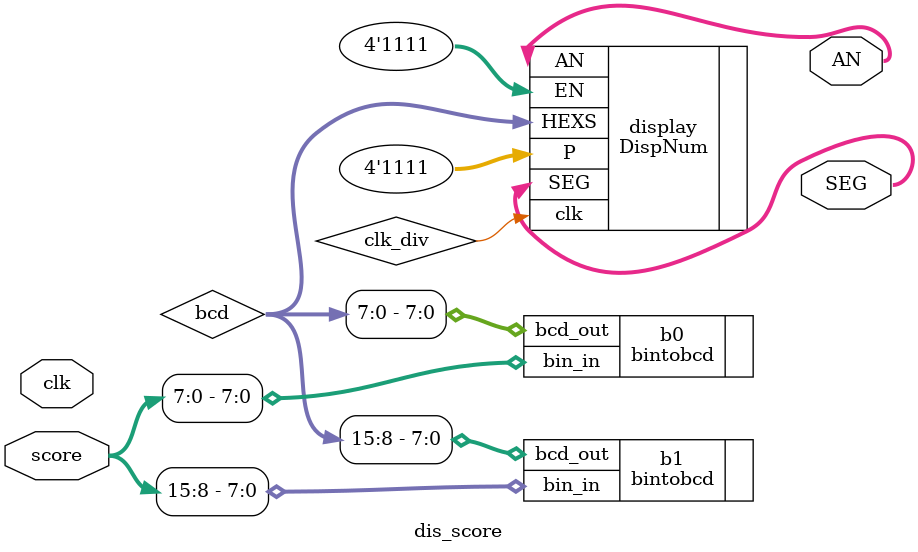
<source format=v>
`timescale 1ns / 1ps


module dis_score(
    input clk,
    input [15:0] score,
    output [7:0] SEG,
    output [3:0] AN
    );
    wire [15:0] bcd;
    wire [31:0] div_res;
    clock_div c0 (.clk(clk),.rst(1'b0),.div_res(div_res));
    bintobcd b0 
    (
        .bin_in(score[7:0]),
        .bcd_out(bcd[7:0])
    );
    bintobcd b1
    (
        .bin_in(score[15:8]),
        .bcd_out(bcd[15:8])
    );
    DispNum display(.HEXS({bcd}), .clk(clk_div), .EN(4'b1111), .P(4'b1111), .AN(AN), .SEG(SEG));
endmodule
</source>
